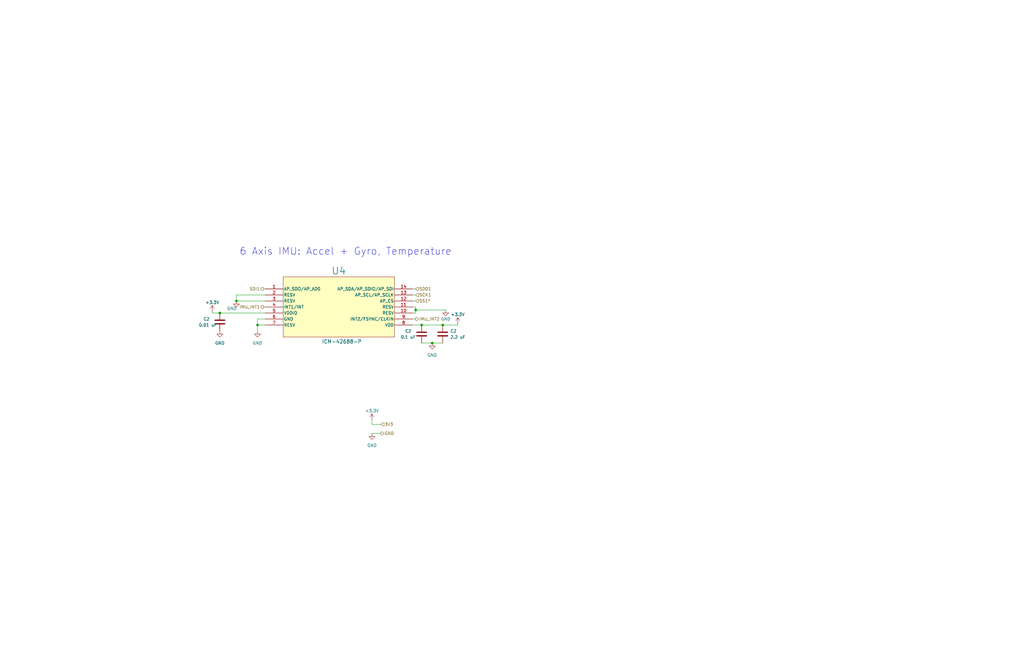
<source format=kicad_sch>
(kicad_sch (version 20230121) (generator eeschema)
  (paper "B")
  (title_block (title "MCU Controller") (rev "0.1") (company "satomm@stanford.edu") (comment 1 "Department of Civil and Environmental Engineering") (comment 2 "Engineering Informatics Group") (comment 3 "Stanford University") (comment 4 "Matthew Sato"))
  (lib_symbols
    (symbol "Device:C" (pin_numbers hide) (pin_names (offset 0.254))
      (property "Reference" "C" (at 0.635 2.54 0))
      (property "Value" "C" (at 0.635 -2.54 0))
      (symbol "C_0_1"
        (polyline (pts (xy -2.032 -0.762) (xy 2.032 -0.762)) (stroke (width 0.508)))
        (polyline (pts (xy -2.032 0.762) (xy 2.032 0.762)) (stroke (width 0.508)))
      )
      (symbol "C_1_1"
        (pin passive line (at 0 3.81 270) (length 2.794) (name "~") (number "1"))
        (pin passive line (at 0 -3.81 90) (length 2.794) (name "~") (number "2"))
      )
    )
    (symbol "RobotLibary:ICM-42688-P" (pin_names (offset 0.254))
      (property "Reference" "U" (at 31.75 9.525 0))
      (property "Value" "ICM-42688-P" (at 31.75 6.985 0))
      (symbol "ICM-42688-P_0_1"
        (pin bidirectional line (at 0 0 0) (length 7.62) (name "AP_SDO/AP_AD0") (number "1"))
        (pin bidirectional line (at 0 -7.62 0) (length 7.62) (name "INT1/INT") (number "4"))
        (pin power_in line (at 0 -10.16 0) (length 7.62) (name "VDDIO") (number "5"))
        (pin power_out line (at 0 -12.7 0) (length 7.62) (name "GND") (number "6"))
        (pin power_in line (at 62.23 -15.24 180) (length 7.62) (name "VDD") (number "8"))
        (pin bidirectional line (at 62.23 -12.7 180) (length 7.62) (name "INT2/FSYNC/CLKIN") (number "9"))
      )
      (symbol "ICM-42688-P_1_1"
        (rectangle (start 7.62 5.08) (end 54.61 -20.32) (fill (type background)))
        (pin passive line (at 62.23 -10.16 180) (length 7.62) (name "RESV") (number "10"))
        (pin passive line (at 62.23 -7.62 180) (length 7.62) (name "RESV") (number "11"))
        (pin passive line (at 62.23 -5.08 180) (length 7.62) (name "AP_CS") (number "12"))
        (pin passive line (at 62.23 -2.54 180) (length 7.62) (name "AP_SCL/AP_SCLK") (number "13"))
        (pin passive line (at 62.23 0 180) (length 7.62) (name "AP_SDA/AP_SDIO/AP_SDI") (number "14"))
        (pin passive line (at 0 -2.54 0) (length 7.62) (name "RESV") (number "2"))
        (pin passive line (at 0 -5.08 0) (length 7.62) (name "RESV") (number "3"))
        (pin passive line (at 0 -15.24 0) (length 7.62) (name "RESV") (number "7"))
      )
    )
    (symbol "power:+3.3V" (power) (pin_names (offset 0))
      (property "Value" "+3.3V" (at 0 3.556 0))
      (symbol "+3.3V_0_1"
        (polyline (pts (xy -0.762 1.27) (xy 0 2.54)))
        (polyline (pts (xy 0 0) (xy 0 2.54)))
        (polyline (pts (xy 0 2.54) (xy 0.762 1.27)))
      )
      (symbol "+3.3V_1_1"
        (pin power_in line (at 0 0 90) (length 0) hide (name "+3.3V") (number "1"))
      )
    )
    (symbol "power:GND" (power) (pin_names (offset 0))
      (property "Value" "GND" (at 0 -3.81 0))
      (symbol "GND_0_1"
        (polyline (pts (xy 0 0) (xy 0 -1.27) (xy 1.27 -1.27) (xy 0 -2.54) (xy -1.27 -1.27) (xy 0 -1.27)))
      )
      (symbol "GND_1_1"
        (pin power_in line (at 0 0 270) (length 0) hide (name "GND") (number "1"))
      )
    )
  )
  (junction (at 177.8 137.16))
  (junction (at 182.245 144.78))
  (junction (at 186.69 137.16))
  (junction (at 108.585 137.16))
  (junction (at 92.71 132.08))
  (junction (at 99.695 127))
  (junction (at 175.26 130.81))
  (wire (pts (xy 89.535 132.08) (xy 92.71 132.08)))
  (wire (pts (xy 175.26 130.81) (xy 187.96 130.81)))
  (wire (pts (xy 156.845 177.165) (xy 156.845 179.07)))
  (wire (pts (xy 173.99 121.92) (xy 175.26 121.92)))
  (wire (pts (xy 173.99 137.16) (xy 177.8 137.16)))
  (wire (pts (xy 173.99 127) (xy 175.26 127)))
  (wire (pts (xy 89.535 131.445) (xy 89.535 132.08)))
  (wire (pts (xy 182.245 144.78) (xy 186.69 144.78)))
  (wire (pts (xy 186.69 137.16) (xy 193.04 137.16)))
  (wire (pts (xy 108.585 134.62) (xy 111.76 134.62)))
  (wire (pts (xy 111.125 129.54) (xy 111.76 129.54)))
  (wire (pts (xy 175.26 132.08) (xy 173.99 132.08)))
  (wire (pts (xy 99.695 124.46) (xy 111.76 124.46)))
  (wire (pts (xy 193.04 136.525) (xy 193.04 137.16)))
  (wire (pts (xy 173.99 129.54) (xy 175.26 129.54)))
  (wire (pts (xy 175.26 130.81) (xy 175.26 132.08)))
  (wire (pts (xy 99.695 127) (xy 111.76 127)))
  (wire (pts (xy 108.585 137.16) (xy 108.585 134.62)))
  (wire (pts (xy 177.8 137.16) (xy 186.69 137.16)))
  (wire (pts (xy 111.125 121.92) (xy 111.76 121.92)))
  (wire (pts (xy 99.695 124.46) (xy 99.695 127)))
  (wire (pts (xy 108.585 137.16) (xy 111.76 137.16)))
  (wire (pts (xy 156.845 182.88) (xy 160.655 182.88)))
  (wire (pts (xy 173.99 124.46) (xy 175.26 124.46)))
  (wire (pts (xy 175.26 129.54) (xy 175.26 130.81)))
  (wire (pts (xy 156.845 179.07) (xy 160.655 179.07)))
  (wire (pts (xy 92.71 132.08) (xy 111.76 132.08)))
  (wire (pts (xy 177.8 144.78) (xy 182.245 144.78)))
  (wire (pts (xy 108.585 139.7) (xy 108.585 137.16)))
  (wire (pts (xy 173.99 134.62) (xy 175.26 134.62)))
  (text "6 Axis IMU: Accel + Gyro, Temperature" (at 100.965 107.95 0) (effects (font (size 3 3)) (justify left bottom)))
  (hierarchical_label "SDO1" (shape input) (at 175.26 121.92 0))
  (hierarchical_label "SDI1" (shape output) (at 111.125 121.92 180))
  (hierarchical_label "SS1*" (shape input) (at 175.26 127 0))
  (hierarchical_label "GND" (shape output) (at 160.655 182.88 0))
  (hierarchical_label "SCK1" (shape input) (at 175.26 124.46 0))
  (hierarchical_label "3V3" (shape input) (at 160.655 179.07 0))
  (hierarchical_label "IMU_INT1" (shape output) (at 111.125 129.54 180))
  (hierarchical_label "IMU_INT2" (shape output) (at 175.26 134.62 0))
  (symbol (lib_id "power:+3.3V") (at 89.535 131.445 0) (unit 1)
    (property "Reference" "#PWR025" (effects hide))
    (property "Value" "+3.3V" (at 89.535 127.635 0))
    (instances (project "MainBoard" (path "" (reference "#PWR025") (unit 1)) (path "" (reference "#PWR069") (unit 1))))
  )
  (symbol (lib_id "power:+3.3V") (at 156.845 177.165 0) (unit 1)
    (property "Reference" "#PWR025" (effects hide))
    (property "Value" "+3.3V" (at 156.845 173.355 0))
    (instances (project "MainBoard" (path "" (reference "#PWR025") (unit 1)) (path "" (reference "#PWR073") (unit 1))))
  )
  (symbol (lib_id "power:GND") (at 187.96 130.81 0) (unit 1)
    (property "Reference" "#PWR026" (effects hide))
    (property "Value" "GND" (at 187.96 134.62 0))
    (instances (project "MainBoard" (path "" (reference "#PWR026") (unit 1)) (path "" (reference "#PWR076") (unit 1))))
  )
  (symbol (lib_id "power:GND") (at 99.695 127 0) (unit 1)
    (property "Reference" "#PWR026" (effects hide))
    (property "Value" "GND" (at 97.79 130.175 0))
    (instances (project "MainBoard" (path "" (reference "#PWR026") (unit 1)) (path "" (reference "#PWR071") (unit 1))))
  )
  (symbol (lib_id "Device:C") (at 177.8 140.97 0) (unit 1)
    (property "Reference" "C2" (at 170.815 139.7 0) (effects (justify left)))
    (property "Value" "0.1 uF" (at 168.91 142.24 0) (effects (justify left)))
    (property "Footprint" "Capacitor_SMD:C_0805_2012Metric_Pad1.18x1.45mm_HandSolder" (effects hide))
    (property "Datasheet" "https://mm.digikey.com/Volume0/opasdata/d220001/medias/docus/609/CL21B104KBCNNN_Spec.pdf" (effects hide))
    (property "Description" "CAP CER 0.1UF 50V X7R 0805" (effects hide))
    (property "Mfr" "Samsung Electro-Mechanics" (effects hide))
    (property "Mfr P/N" "CL21B104KBCNNNC" (effects hide))
    (property "Supplier 1" "DigiKey" (effects hide))
    (property "Supplier 1 P/N" "1276-1003-1-ND" (effects hide))
    (instances (project "MainBoard" (path "" (reference "C2") (unit 1)) (path "" (reference "C17") (unit 1))))
  )
  (symbol (lib_id "Device:C") (at 186.69 140.97 0) (unit 1)
    (property "Reference" "C2" (at 189.865 139.7 0) (effects (justify left)))
    (property "Value" "2.2 uF" (at 189.865 142.24 0) (effects (justify left)))
    (property "Footprint" "Capacitor_SMD:C_0805_2012Metric_Pad1.18x1.45mm_HandSolder" (effects hide))
    (property "Datasheet" "https://mm.digikey.com/Volume0/opasdata/d220001/medias/docus/1236/CL21B225KPFNNNE_Spec.pdf" (effects hide))
    (property "Description" "CAP CER 2.2UF 10V X7R 0805" (effects hide))
    (property "Mfr" "Samsung Electro-Mechanics" (effects hide))
    (property "Mfr P/N" "CL21B225KPFNNNE" (effects hide))
    (property "Supplier 1" "DigiKey" (effects hide))
    (property "Supplier 1 P/N" "1276-1188-1-ND" (effects hide))
    (instances (project "MainBoard" (path "" (reference "C2") (unit 1)) (path "" (reference "C18") (unit 1))))
  )
  (symbol (lib_id "power:+3.3V") (at 193.04 136.525 0) (unit 1)
    (property "Reference" "#PWR025" (effects hide))
    (property "Value" "+3.3V" (at 193.04 132.715 0))
    (instances (project "MainBoard" (path "" (reference "#PWR025") (unit 1)) (path "" (reference "#PWR077") (unit 1))))
  )
  (symbol (lib_id "Device:C") (at 92.71 135.89 0) (unit 1)
    (property "Reference" "C2" (at 85.725 134.62 0) (effects (justify left)))
    (property "Value" "0.01 uF" (at 83.82 137.16 0) (effects (justify left)))
    (property "Footprint" "Capacitor_SMD:C_0805_2012Metric_Pad1.18x1.45mm_HandSolder" (effects hide))
    (property "Datasheet" "https://www.samsungsem.com/kr/support/product-search/mlcc/CL21B103KBANNNC.jsp" (effects hide))
    (property "Description" "CAP CER 10000PF 50V X7R 0805" (effects hide))
    (property "Mfr" "Samsung Electro-Mechanics" (effects hide))
    (property "Mfr P/N" "CL21B103KBANNNC" (effects hide))
    (property "Supplier 1" "DigiKey" (effects hide))
    (property "Supplier 1 P/N" "1276-1015-1-ND" (effects hide))
    (instances (project "MainBoard" (path "" (reference "C2") (unit 1)) (path "" (reference "C16") (unit 1))))
  )
  (symbol (lib_id "power:GND") (at 182.245 144.78 0) (unit 1)
    (property "Reference" "#PWR026" (effects hide))
    (property "Value" "GND" (at 182.245 149.86 0))
    (instances (project "MainBoard" (path "" (reference "#PWR026") (unit 1)) (path "" (reference "#PWR075") (unit 1))))
  )
  (symbol (lib_id "RobotLibary:ICM-42688-P") (at 111.76 121.92 0) (unit 1)
    (property "Reference" "U4" (at 142.875 114.3 0) (effects (font (size 3 3))))
    (property "Value" "ICM-42688-P" (at 144.145 144.145 0) (effects (font (size 1.524 1.524))))
    (property "Footprint" "RobotLibrary:LGA14_2P5X3X0P91_TDK-M" (effects hide))
    (property "Datasheet" "https://mm.digikey.com/Volume0/opasdata/d220001/medias/docus/495/ICM-42688-P_DS_Rev1.2.pdf" (effects hide))
    (property "Description" "Accelerometer, Gyroscope, 6 Axis Sensor Output" (effects hide))
    (property "Mfr" "TDK InvenSense" (effects hide))
    (property "Mfr P/N" "ICM-42688-P" (effects hide))
    (property "Supplier 1" "DigiKey" (effects hide))
    (property "Supplier 1 P/N" "1428-ICM-42688-PCT-ND" (effects hide))
  )
  (symbol (lib_id "power:GND") (at 108.585 139.7 0) (unit 1)
    (property "Reference" "#PWR026" (effects hide))
    (property "Value" "GND" (at 108.585 144.78 0))
    (instances (project "MainBoard" (path "" (reference "#PWR026") (unit 1)) (path "" (reference "#PWR072") (unit 1))))
  )
  (symbol (lib_id "power:GND") (at 156.845 182.88 0) (unit 1)
    (property "Reference" "#PWR026" (effects hide))
    (property "Value" "GND" (at 156.845 187.96 0))
    (instances (project "MainBoard" (path "" (reference "#PWR026") (unit 1)) (path "" (reference "#PWR074") (unit 1))))
  )
  (symbol (lib_id "power:GND") (at 92.71 139.7 0) (unit 1)
    (property "Reference" "#PWR026" (effects hide))
    (property "Value" "GND" (at 92.71 144.78 0))
    (instances (project "MainBoard" (path "" (reference "#PWR026") (unit 1)) (path "" (reference "#PWR070") (unit 1))))
  )
)
</source>
